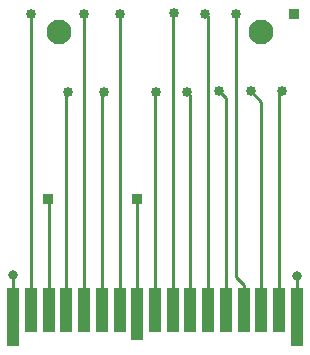
<source format=gtl>
G04 #@! TF.GenerationSoftware,KiCad,Pcbnew,(5.1.5)-3*
G04 #@! TF.CreationDate,2021-01-12T18:04:03+01:00*
G04 #@! TF.ProjectId,ndsbreakoutboard,6e647362-7265-4616-9b6f-7574626f6172,1.0*
G04 #@! TF.SameCoordinates,Original*
G04 #@! TF.FileFunction,Copper,L1,Top*
G04 #@! TF.FilePolarity,Positive*
%FSLAX46Y46*%
G04 Gerber Fmt 4.6, Leading zero omitted, Abs format (unit mm)*
G04 Created by KiCad (PCBNEW (5.1.5)-3) date 2021-01-12 18:04:03*
%MOMM*%
%LPD*%
G04 APERTURE LIST*
%ADD10R,1.000000X5.000000*%
%ADD11R,1.000000X3.800000*%
%ADD12R,1.000000X4.500000*%
%ADD13R,0.850000X0.850000*%
%ADD14C,0.850000*%
%ADD15C,2.100000*%
%ADD16C,0.800000*%
%ADD17C,0.250000*%
G04 APERTURE END LIST*
D10*
X85670001Y-88655000D03*
D11*
X87170001Y-88055000D03*
X90170001Y-88055000D03*
X88670001Y-88055000D03*
X94670001Y-88055000D03*
X93170001Y-88055000D03*
X91670001Y-88055000D03*
D12*
X96170001Y-88405000D03*
D11*
X100670001Y-88055000D03*
X99170001Y-88055000D03*
X102170001Y-88055000D03*
X103670001Y-88055000D03*
X105170001Y-88055000D03*
X97670001Y-88055000D03*
X108170001Y-88055000D03*
X106670001Y-88055000D03*
D10*
X109670001Y-88655000D03*
D13*
X109423200Y-62966600D03*
D14*
X87198200Y-62966600D03*
X90322400Y-69596000D03*
X91617800Y-62966600D03*
X93319600Y-69596000D03*
X94691200Y-62966600D03*
X97739200Y-69596000D03*
X99314000Y-62915800D03*
X100418900Y-69596000D03*
X101930200Y-62966600D03*
X103098600Y-69545200D03*
X104546400Y-62966600D03*
X105778300Y-69545200D03*
X108458000Y-69545200D03*
D13*
X88646000Y-78638400D03*
X96164400Y-78638400D03*
D15*
X106680000Y-64516000D03*
X89535000Y-64516000D03*
D16*
X85648800Y-85064600D03*
X109702600Y-85191600D03*
D17*
X109670001Y-88655000D02*
X109670001Y-90655000D01*
X109670001Y-63213401D02*
X109423200Y-62966600D01*
X109670001Y-85224199D02*
X109702600Y-85191600D01*
X109670001Y-88655000D02*
X109670001Y-85224199D01*
X109347000Y-63042800D02*
X109423200Y-62966600D01*
X85670001Y-85085801D02*
X85648800Y-85064600D01*
X85670001Y-88655000D02*
X85670001Y-85085801D01*
X87170001Y-62943999D02*
X87198200Y-62915800D01*
X87170001Y-62994799D02*
X87198200Y-62966600D01*
X87170001Y-88055000D02*
X87170001Y-62994799D01*
X90170001Y-88055000D02*
X90170000Y-85904999D01*
X90170001Y-69748399D02*
X90322400Y-69596000D01*
X90170001Y-88055000D02*
X90170001Y-69748399D01*
X91670001Y-63018801D02*
X91617800Y-62966600D01*
X91670001Y-88055000D02*
X91670001Y-63018801D01*
X93170001Y-69745599D02*
X93319600Y-69596000D01*
X93170001Y-88055000D02*
X93170001Y-69745599D01*
X94670001Y-62987799D02*
X94691200Y-62966600D01*
X94670001Y-88055000D02*
X94670001Y-62987799D01*
X97670001Y-69665199D02*
X97739200Y-69596000D01*
X97670001Y-88055000D02*
X97670001Y-69665199D01*
X99170001Y-63059799D02*
X99314000Y-62915800D01*
X99170001Y-88055000D02*
X99170001Y-63059799D01*
X100670001Y-69847101D02*
X100418900Y-69596000D01*
X100670001Y-88055000D02*
X100670001Y-69847101D01*
X102170001Y-63206401D02*
X101930200Y-62966600D01*
X102170001Y-88055000D02*
X102170001Y-63206401D01*
X103670001Y-70116601D02*
X103098600Y-69545200D01*
X103670001Y-88055000D02*
X103670001Y-70116601D01*
X104546400Y-63641600D02*
X104546400Y-62966600D01*
X104546400Y-85281399D02*
X104546400Y-63641600D01*
X105170001Y-85905000D02*
X104546400Y-85281399D01*
X105170001Y-88055000D02*
X105170001Y-85905000D01*
X106670001Y-70436901D02*
X105778300Y-69545200D01*
X106670001Y-88055000D02*
X106670001Y-70436901D01*
X108170001Y-69833199D02*
X108458000Y-69545200D01*
X108170001Y-88055000D02*
X108170001Y-69833199D01*
X88670001Y-78662401D02*
X88646000Y-78638400D01*
X88670001Y-88055000D02*
X88670001Y-78662401D01*
X96170001Y-78644001D02*
X96164400Y-78638400D01*
X96170001Y-88405000D02*
X96170001Y-78644001D01*
M02*

</source>
